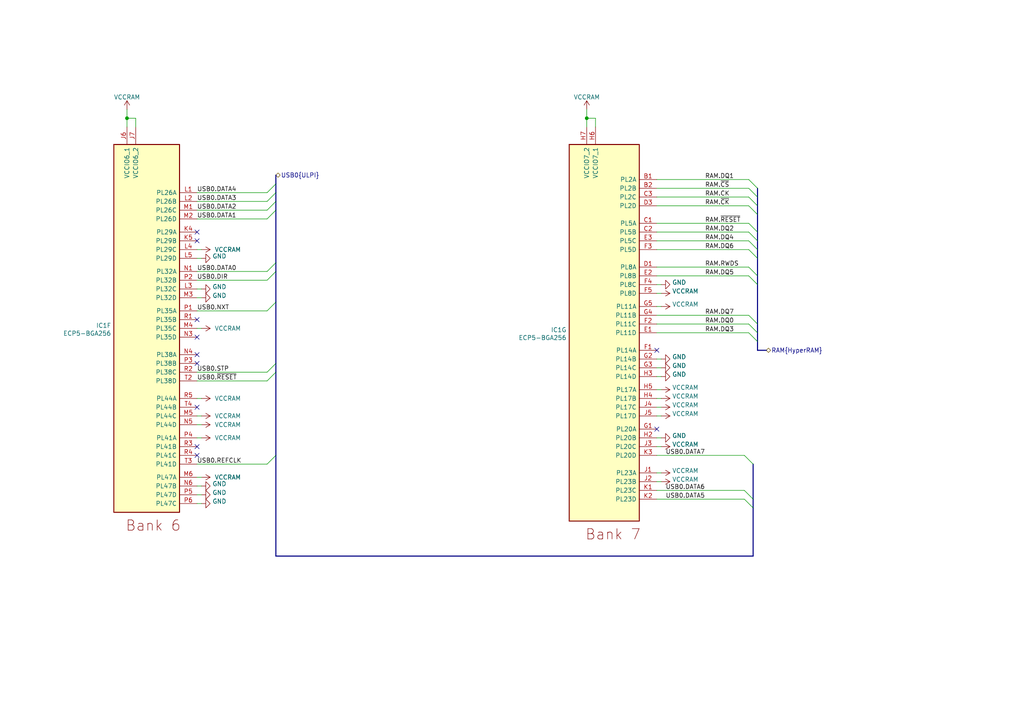
<source format=kicad_sch>
(kicad_sch (version 20231120) (generator "eeschema") (generator_version "8.0")
  (paper "A4")
  (title_block (title "SoldierCrab") (date "${DATE}") (rev "${VERSION}") (company "S.Holzapfel, apfelaudio UG (haftungsbeschränkt)") (comment 1 "Licensed under the CERN-OHL-S v2"))
  (lib_symbols
    (symbol "fpgas_and_processors:ECP5-BGA256" (pin_names (offset 0.762))
      (property "Reference" "IC" (at -2.54 1.27 0))
      (property "Value" "ECP5-BGA256" (at 10.16 1.27 0))
      (symbol "ECP5-BGA256_1_0"
        (rectangle (start 5.08 0) (end 33.02 -71.12) (stroke (width 0.3048)) (fill (type background)))
      )
      (symbol "ECP5-BGA256_1_1"
        (text "FPGA Supplies" (at 19.05 -76.2 0) (effects (font (size 2.9972 2.9972))))
        (pin power_in line (at 38.1 -2.54 180) (length 5.08) (name "GND_1") (number "A1"))
        (pin power_in line (at 38.1 -5.08 180) (length 5.08) (name "GND_2") (number "A16"))
        (pin power_in line (at 38.1 -10.16 180) (length 5.08) (name "GND_4") (number "D15"))
        (pin power_in line (at 38.1 -7.62 180) (length 5.08) (name "GND_3") (number "D2"))
        (pin power_in line (at 38.1 -12.7 180) (length 5.08) (name "GND_5") (number "F8"))
        (pin power_in line (at 38.1 -15.24 180) (length 5.08) (name "GND_6") (number "F9"))
        (pin power_in line (at 38.1 -20.32 180) (length 5.08) (name "GND_8") (number "G10"))
        (pin power_in line (at 0 -66.04 0) (length 5.08) (name "VCCAUX_1") (number "G11"))
        (pin power_in line (at 0 -2.54 0) (length 5.08) (name "VCC_1") (number "G6"))
        (pin power_in line (at 0 -5.08 0) (length 5.08) (name "VCC_2") (number "G7"))
        (pin power_in line (at 38.1 -17.78 180) (length 5.08) (name "GND_7") (number "G8"))
        (pin power_in line (at 0 -7.62 0) (length 5.08) (name "VCC_3") (number "G9"))
        (pin power_in line (at 38.1 -22.86 180) (length 5.08) (name "GND_9") (number "H1"))
        (pin power_in line (at 38.1 -30.48 180) (length 5.08) (name "GND_12") (number "H10"))
        (pin power_in line (at 38.1 -33.02 180) (length 5.08) (name "GND_13") (number "H16"))
        (pin power_in line (at 38.1 -25.4 180) (length 5.08) (name "GND_10") (number "H8"))
        (pin power_in line (at 38.1 -27.94 180) (length 5.08) (name "GND_11") (number "H9"))
        (pin power_in line (at 38.1 -40.64 180) (length 5.08) (name "GND_16") (number "J10"))
        (pin power_in line (at 38.1 -35.56 180) (length 5.08) (name "GND_14") (number "J8"))
        (pin power_in line (at 38.1 -38.1 180) (length 5.08) (name "GND_15") (number "J9"))
        (pin power_in line (at 38.1 -53.34 180) (length 5.08) (name "GND_21") (number "K10"))
        (pin power_in line (at 38.1 -43.18 180) (length 5.08) (name "GND_17") (number "K6"))
        (pin power_in line (at 38.1 -45.72 180) (length 5.08) (name "GND_18") (number "K7"))
        (pin power_in line (at 38.1 -48.26 180) (length 5.08) (name "GND_19") (number "K8"))
        (pin power_in line (at 38.1 -50.8 180) (length 5.08) (name "GND_20") (number "K9"))
        (pin power_in line (at 0 -15.24 0) (length 5.08) (name "VCC_6") (number "L10"))
        (pin power_in line (at 0 -68.58 0) (length 5.08) (name "VCCAUX_2") (number "L7"))
        (pin power_in line (at 0 -10.16 0) (length 5.08) (name "VCC_4") (number "L8"))
        (pin power_in line (at 0 -12.7 0) (length 5.08) (name "VCC_5") (number "L9"))
        (pin power_in line (at 38.1 -58.42 180) (length 5.08) (name "GND_23") (number "N15"))
        (pin power_in line (at 38.1 -55.88 180) (length 5.08) (name "GND_22") (number "N2"))
        (pin power_in line (at 38.1 -60.96 180) (length 5.08) (name "GND_24") (number "T1"))
        (pin power_in line (at 38.1 -66.04 180) (length 5.08) (name "GND_26") (number "T12"))
        (pin power_in line (at 38.1 -68.58 180) (length 5.08) (name "GND_27") (number "T16"))
        (pin power_in line (at 38.1 -63.5 180) (length 5.08) (name "GND_25") (number "T5"))
      )
      (symbol "ECP5-BGA256_2_1"
        (rectangle (start 0 0) (end 19.05 -74.93) (stroke (width 0.3048)) (fill (type background)))
        (text "Bank 0" (at 10.16 -78.74 0) (effects (font (size 2.9972 2.9972))))
        (pin bidirectional line (at 24.13 -11.43 180) (length 5.08) (name "PT4A") (number "A2"))
        (pin bidirectional line (at 24.13 -16.51 180) (length 5.08) (name "PT6A") (number "A3"))
        (pin bidirectional line (at 24.13 -19.05 180) (length 5.08) (name "PT6B") (number "A4"))
        (pin bidirectional line (at 24.13 -43.18 180) (length 5.08) (name "PT18A") (number "A5"))
        (pin bidirectional line (at 24.13 -45.72 180) (length 5.08) (name "PT18B") (number "A6"))
        (pin bidirectional line (at 24.13 -68.58 180) (length 5.08) (name "PT29A") (number "A7"))
        (pin bidirectional line (at 24.13 -71.12 180) (length 5.08) (name "PT29B") (number "A8"))
        (pin bidirectional line (at 24.13 -13.97 180) (length 5.08) (name "PT4B") (number "B3"))
        (pin bidirectional line (at 24.13 -29.21 180) (length 5.08) (name "PT11B") (number "B4"))
        (pin bidirectional line (at 24.13 -39.37 180) (length 5.08) (name "PT15B") (number "B5"))
        (pin bidirectional line (at 24.13 -55.88 180) (length 5.08) (name "PT22B") (number "B6"))
        (pin bidirectional line (at 24.13 -66.04 180) (length 5.08) (name "PT27B") (number "B7"))
        (pin bidirectional line (at 24.13 -26.67 180) (length 5.08) (name "PT11A") (number "C4"))
        (pin bidirectional line (at 24.13 -36.83 180) (length 5.08) (name "PT15A") (number "C5"))
        (pin bidirectional line (at 24.13 -53.34 180) (length 5.08) (name "PT22A") (number "C6"))
        (pin bidirectional line (at 24.13 -63.5 180) (length 5.08) (name "PT27A") (number "C7"))
        (pin bidirectional line (at 24.13 -24.13 180) (length 5.08) (name "PT9B") (number "D4"))
        (pin bidirectional line (at 24.13 -34.29 180) (length 5.08) (name "PT13B") (number "D5"))
        (pin bidirectional line (at 24.13 -50.8 180) (length 5.08) (name "PT20B") (number "D6"))
        (pin bidirectional line (at 24.13 -60.96 180) (length 5.08) (name "PT24B") (number "D7"))
        (pin bidirectional line (at 24.13 -21.59 180) (length 5.08) (name "PT9A") (number "E4"))
        (pin bidirectional line (at 24.13 -31.75 180) (length 5.08) (name "PT13A") (number "E5"))
        (pin bidirectional line (at 24.13 -48.26 180) (length 5.08) (name "PT20A") (number "E6"))
        (pin bidirectional line (at 24.13 -58.42 180) (length 5.08) (name "PT24A") (number "E7"))
        (pin power_in line (at 7.62 5.08 270) (length 5.08) (name "VCCIO0_1") (number "F6"))
        (pin power_in line (at 5.08 5.08 270) (length 5.08) (name "VCCIO0_2") (number "F7"))
      )
      (symbol "ECP5-BGA256_3_0"
        (rectangle (start 0 0) (end 21.59 -93.98) (stroke (width 0.3048)) (fill (type background)))
      )
      (symbol "ECP5-BGA256_3_1"
        (text "Bank 1" (at 8.89 -96.52 0) (effects (font (size 2.9972 2.9972))))
        (pin bidirectional line (at 26.67 -34.29 180) (length 5.08) (name "PT42B") (number "A10"))
        (pin bidirectional line (at 26.67 -57.15 180) (length 5.08) (name "PT53A") (number "A11"))
        (pin bidirectional line (at 26.67 -59.69 180) (length 5.08) (name "PT53B") (number "A12"))
        (pin bidirectional line (at 26.67 -82.55 180) (length 5.08) (name "PT65A") (number "A13"))
        (pin bidirectional line (at 26.67 -85.09 180) (length 5.08) (name "PT65B") (number "A14"))
        (pin bidirectional line (at 26.67 -90.17 180) (length 5.08) (name "PT67B") (number "A15"))
        (pin bidirectional line (at 26.67 -31.75 180) (length 5.08) (name "PT42A") (number "A9"))
        (pin bidirectional line (at 26.67 -36.83 180) (length 5.08) (name "PT44A") (number "B10"))
        (pin bidirectional line (at 26.67 -46.99 180) (length 5.08) (name "PT49A") (number "B11"))
        (pin bidirectional line (at 26.67 -62.23 180) (length 5.08) (name "PT56A") (number "B12"))
        (pin bidirectional line (at 26.67 -72.39 180) (length 5.08) (name "PT60A") (number "B13"))
        (pin bidirectional line (at 26.67 -87.63 180) (length 5.08) (name "PT67A") (number "B14"))
        (pin bidirectional line (at 26.67 -19.05 180) (length 5.08) (name "PT35B") (number "B8"))
        (pin bidirectional line (at 26.67 -21.59 180) (length 5.08) (name "PT38A") (number "B9"))
        (pin bidirectional line (at 26.67 -39.37 180) (length 5.08) (name "PT44B") (number "C10"))
        (pin bidirectional line (at 26.67 -49.53 180) (length 5.08) (name "PT49B") (number "C11"))
        (pin bidirectional line (at 26.67 -64.77 180) (length 5.08) (name "PT56B") (number "C12"))
        (pin bidirectional line (at 26.67 -74.93 180) (length 5.08) (name "PT60B") (number "C13"))
        (pin bidirectional line (at 26.67 -16.51 180) (length 5.08) (name "PT35A") (number "C8"))
        (pin bidirectional line (at 26.67 -24.13 180) (length 5.08) (name "PT38B") (number "C9"))
        (pin bidirectional line (at 26.67 -41.91 180) (length 5.08) (name "PT47A") (number "D10"))
        (pin bidirectional line (at 26.67 -52.07 180) (length 5.08) (name "PT51A") (number "D11"))
        (pin bidirectional line (at 26.67 -67.31 180) (length 5.08) (name "PT58A") (number "D12"))
        (pin bidirectional line (at 26.67 -77.47 180) (length 5.08) (name "PT62A") (number "D13"))
        (pin bidirectional line (at 26.67 -13.97 180) (length 5.08) (name "PT33B") (number "D8"))
        (pin bidirectional line (at 26.67 -26.67 180) (length 5.08) (name "PT40A") (number "D9"))
        (pin bidirectional line (at 26.67 -44.45 180) (length 5.08) (name "PT47B") (number "E10"))
        (pin bidirectional line (at 26.67 -54.61 180) (length 5.08) (name "PT51B") (number "E11"))
        (pin bidirectional line (at 26.67 -69.85 180) (length 5.08) (name "PT58B") (number "E12"))
        (pin bidirectional line (at 26.67 -80.01 180) (length 5.08) (name "PT62B") (number "E13"))
        (pin bidirectional line (at 26.67 -11.43 180) (length 5.08) (name "PT33A") (number "E8"))
        (pin bidirectional line (at 26.67 -29.21 180) (length 5.08) (name "PT40B") (number "E9"))
        (pin power_in line (at 6.35 5.08 270) (length 5.08) (name "VCCIO1_1") (number "F10"))
        (pin power_in line (at 3.81 5.08 270) (length 5.08) (name "VCCIO1_2") (number "F11"))
      )
      (symbol "ECP5-BGA256_4_1"
        (rectangle (start 0 0) (end 19.05 -93.98) (stroke (width 0.3048)) (fill (type background)))
        (text "Bank 2" (at 10.16 -97.79 0) (effects (font (size 2.9972 2.9972))))
        (pin bidirectional line (at 24.13 -13.97 180) (length 5.08) (name "PR2B") (number "B15"))
        (pin bidirectional line (at 24.13 -11.43 180) (length 5.08) (name "PR2A") (number "B16"))
        (pin bidirectional line (at 24.13 -16.51 180) (length 5.08) (name "PR2C") (number "C14"))
        (pin bidirectional line (at 24.13 -24.13 180) (length 5.08) (name "PR5B") (number "C15"))
        (pin bidirectional line (at 24.13 -21.59 180) (length 5.08) (name "PR5A") (number "C16"))
        (pin bidirectional line (at 24.13 -19.05 180) (length 5.08) (name "PR2D") (number "D14"))
        (pin bidirectional line (at 24.13 -31.75 180) (length 5.08) (name "PR8A") (number "D16"))
        (pin bidirectional line (at 24.13 -26.67 180) (length 5.08) (name "PR5C") (number "E14"))
        (pin bidirectional line (at 24.13 -34.29 180) (length 5.08) (name "PR8B") (number "E15"))
        (pin bidirectional line (at 24.13 -49.53 180) (length 5.08) (name "PR11D") (number "E16"))
        (pin bidirectional line (at 24.13 -39.37 180) (length 5.08) (name "PR8D") (number "F12"))
        (pin bidirectional line (at 24.13 -36.83 180) (length 5.08) (name "PR8C") (number "F13"))
        (pin bidirectional line (at 24.13 -29.21 180) (length 5.08) (name "PR5D") (number "F14"))
        (pin bidirectional line (at 24.13 -46.99 180) (length 5.08) (name "PR11C") (number "F15"))
        (pin bidirectional line (at 24.13 -52.07 180) (length 5.08) (name "PR14A") (number "F16"))
        (pin bidirectional line (at 24.13 -41.91 180) (length 5.08) (name "PR11A") (number "G12"))
        (pin bidirectional line (at 24.13 -44.45 180) (length 5.08) (name "PR11B") (number "G13"))
        (pin bidirectional line (at 24.13 -57.15 180) (length 5.08) (name "PR14C") (number "G14"))
        (pin bidirectional line (at 24.13 -54.61 180) (length 5.08) (name "PR14B") (number "G15"))
        (pin bidirectional line (at 24.13 -72.39 180) (length 5.08) (name "PR20A") (number "G16"))
        (pin power_in line (at 3.81 5.08 270) (length 5.08) (name "VCCIO2_1") (number "H11"))
        (pin bidirectional line (at 24.13 -62.23 180) (length 5.08) (name "PR17A") (number "H12"))
        (pin bidirectional line (at 24.13 -64.77 180) (length 5.08) (name "PR17B") (number "H13"))
        (pin bidirectional line (at 24.13 -59.69 180) (length 5.08) (name "PR14D") (number "H14"))
        (pin bidirectional line (at 24.13 -74.93 180) (length 5.08) (name "PR20B") (number "H15"))
        (pin power_in line (at 6.35 5.08 270) (length 5.08) (name "VCCIO2_2") (number "J11"))
        (pin bidirectional line (at 24.13 -69.85 180) (length 5.08) (name "PR17D") (number "J12"))
        (pin bidirectional line (at 24.13 -67.31 180) (length 5.08) (name "PR17C") (number "J13"))
        (pin bidirectional line (at 24.13 -77.47 180) (length 5.08) (name "PR20C") (number "J14"))
        (pin bidirectional line (at 24.13 -85.09 180) (length 5.08) (name "PR23B") (number "J15"))
        (pin bidirectional line (at 24.13 -82.55 180) (length 5.08) (name "PR23A") (number "J16"))
        (pin bidirectional line (at 24.13 -80.01 180) (length 5.08) (name "PR20D") (number "K14"))
        (pin bidirectional line (at 24.13 -90.17 180) (length 5.08) (name "PR23D") (number "K15"))
        (pin bidirectional line (at 24.13 -87.63 180) (length 5.08) (name "PR23C") (number "K16"))
      )
      (symbol "ECP5-BGA256_5_0"
        (rectangle (start 0 0) (end 20.32 -91.44) (stroke (width 0.3048)) (fill (type background)))
      )
      (symbol "ECP5-BGA256_5_1"
        (text "Bank 3" (at 15.24 -96.52 0) (effects (font (size 2.9972 2.9972))))
        (pin power_in line (at 3.81 5.08 270) (length 5.08) (name "VCCIO3_1") (number "K11"))
        (pin bidirectional line (at 25.4 -22.86 180) (length 5.08) (name "PR29B") (number "K12"))
        (pin bidirectional line (at 25.4 -20.32 180) (length 5.08) (name "PR29A") (number "K13"))
        (pin power_in line (at 6.35 5.08 270) (length 5.08) (name "VCCIO3_2") (number "L11"))
        (pin bidirectional line (at 25.4 -27.94 180) (length 5.08) (name "PR29D") (number "L12"))
        (pin bidirectional line (at 25.4 -25.4 180) (length 5.08) (name "PR29C") (number "L13"))
        (pin bidirectional line (at 25.4 -35.56 180) (length 5.08) (name "PR32C") (number "L14"))
        (pin bidirectional line (at 25.4 -12.7 180) (length 5.08) (name "PR26B") (number "L15"))
        (pin bidirectional line (at 25.4 -10.16 180) (length 5.08) (name "PR26A") (number "L16"))
        (pin bidirectional line (at 25.4 -81.28 180) (length 5.08) (name "PR47A") (number "M11"))
        (pin bidirectional line (at 25.4 -76.2 180) (length 5.08) (name "PR44C") (number "M12"))
        (pin bidirectional line (at 25.4 -45.72 180) (length 5.08) (name "PR35C") (number "M13"))
        (pin bidirectional line (at 25.4 -38.1 180) (length 5.08) (name "PR32D") (number "M14"))
        (pin bidirectional line (at 25.4 -17.78 180) (length 5.08) (name "PR26D") (number "M15"))
        (pin bidirectional line (at 25.4 -15.24 180) (length 5.08) (name "PR26C") (number "M16"))
        (pin bidirectional line (at 25.4 -83.82 180) (length 5.08) (name "PR47B") (number "N11"))
        (pin bidirectional line (at 25.4 -78.74 180) (length 5.08) (name "PR44D") (number "N12"))
        (pin bidirectional line (at 25.4 -50.8 180) (length 5.08) (name "PR38A") (number "N13"))
        (pin bidirectional line (at 25.4 -48.26 180) (length 5.08) (name "PR35D") (number "N14"))
        (pin bidirectional line (at 25.4 -30.48 180) (length 5.08) (name "PR32A") (number "N16"))
        (pin bidirectional line (at 25.4 -86.36 180) (length 5.08) (name "PR47C") (number "P11"))
        (pin bidirectional line (at 25.4 -88.9 180) (length 5.08) (name "PR47D") (number "P12"))
        (pin bidirectional line (at 25.4 -60.96 180) (length 5.08) (name "PR41A") (number "P13"))
        (pin bidirectional line (at 25.4 -53.34 180) (length 5.08) (name "PR38B") (number "P14"))
        (pin bidirectional line (at 25.4 -33.02 180) (length 5.08) (name "PR32B") (number "P15"))
        (pin bidirectional line (at 25.4 -40.64 180) (length 5.08) (name "PR35A") (number "P16"))
        (pin bidirectional line (at 25.4 -71.12 180) (length 5.08) (name "PR44A") (number "R12"))
        (pin bidirectional line (at 25.4 -66.04 180) (length 5.08) (name "PR41C") (number "R13"))
        (pin bidirectional line (at 25.4 -63.5 180) (length 5.08) (name "PR41B") (number "R14"))
        (pin bidirectional line (at 25.4 -55.88 180) (length 5.08) (name "PR38C") (number "R15"))
        (pin bidirectional line (at 25.4 -43.18 180) (length 5.08) (name "PR35B") (number "R16"))
        (pin bidirectional line (at 25.4 -73.66 180) (length 5.08) (name "PR44B") (number "T13"))
        (pin bidirectional line (at 25.4 -68.58 180) (length 5.08) (name "PR41D") (number "T14"))
        (pin bidirectional line (at 25.4 -58.42 180) (length 5.08) (name "PR38D") (number "T15"))
      )
      (symbol "ECP5-BGA256_6_1"
        (rectangle (start 0 0) (end 19.05 -106.68) (stroke (width 0.3048)) (fill (type background)))
        (text "Bank 6" (at 11.43 -110.49 0) (effects (font (size 2.9972 2.9972))))
        (pin power_in line (at 3.81 5.08 270) (length 5.08) (name "VCCIO6_1") (number "J6"))
        (pin power_in line (at 6.35 5.08 270) (length 5.08) (name "VCCIO6_2") (number "J7"))
        (pin bidirectional line (at 24.13 -25.4 180) (length 5.08) (name "PL29A") (number "K4"))
        (pin bidirectional line (at 24.13 -27.94 180) (length 5.08) (name "PL29B") (number "K5"))
        (pin bidirectional line (at 24.13 -13.97 180) (length 5.08) (name "PL26A") (number "L1"))
        (pin bidirectional line (at 24.13 -16.51 180) (length 5.08) (name "PL26B") (number "L2"))
        (pin bidirectional line (at 24.13 -41.91 180) (length 5.08) (name "PL32C") (number "L3"))
        (pin bidirectional line (at 24.13 -30.48 180) (length 5.08) (name "PL29C") (number "L4"))
        (pin bidirectional line (at 24.13 -33.02 180) (length 5.08) (name "PL29D") (number "L5"))
        (pin bidirectional line (at 24.13 -19.05 180) (length 5.08) (name "PL26C") (number "M1"))
        (pin bidirectional line (at 24.13 -21.59 180) (length 5.08) (name "PL26D") (number "M2"))
        (pin bidirectional line (at 24.13 -44.45 180) (length 5.08) (name "PL32D") (number "M3"))
        (pin bidirectional line (at 24.13 -53.34 180) (length 5.08) (name "PL35C") (number "M4"))
        (pin bidirectional line (at 24.13 -78.74 180) (length 5.08) (name "PL44C") (number "M5"))
        (pin bidirectional line (at 24.13 -96.52 180) (length 5.08) (name "PL47A") (number "M6"))
        (pin bidirectional line (at 24.13 -36.83 180) (length 5.08) (name "PL32A") (number "N1"))
        (pin bidirectional line (at 24.13 -55.88 180) (length 5.08) (name "PL35D") (number "N3"))
        (pin bidirectional line (at 24.13 -60.96 180) (length 5.08) (name "PL38A") (number "N4"))
        (pin bidirectional line (at 24.13 -81.28 180) (length 5.08) (name "PL44D") (number "N5"))
        (pin bidirectional line (at 24.13 -99.06 180) (length 5.08) (name "PL47B") (number "N6"))
        (pin bidirectional line (at 24.13 -48.26 180) (length 5.08) (name "PL35A") (number "P1"))
        (pin bidirectional line (at 24.13 -39.37 180) (length 5.08) (name "PL32B") (number "P2"))
        (pin bidirectional line (at 24.13 -63.5 180) (length 5.08) (name "PL38B") (number "P3"))
        (pin bidirectional line (at 24.13 -85.09 180) (length 5.08) (name "PL41A") (number "P4"))
        (pin bidirectional line (at 24.13 -101.6 180) (length 5.08) (name "PL47D") (number "P5"))
        (pin bidirectional line (at 24.13 -104.14 180) (length 5.08) (name "PL47C") (number "P6"))
        (pin bidirectional line (at 24.13 -50.8 180) (length 5.08) (name "PL35B") (number "R1"))
        (pin bidirectional line (at 24.13 -66.04 180) (length 5.08) (name "PL38C") (number "R2"))
        (pin bidirectional line (at 24.13 -87.63 180) (length 5.08) (name "PL41B") (number "R3"))
        (pin bidirectional line (at 24.13 -90.17 180) (length 5.08) (name "PL41C") (number "R4"))
        (pin bidirectional line (at 24.13 -73.66 180) (length 5.08) (name "PL44A") (number "R5"))
        (pin bidirectional line (at 24.13 -68.58 180) (length 5.08) (name "PL38D") (number "T2"))
        (pin bidirectional line (at 24.13 -92.71 180) (length 5.08) (name "PL41D") (number "T3"))
        (pin bidirectional line (at 24.13 -76.2 180) (length 5.08) (name "PL44B") (number "T4"))
      )
      (symbol "ECP5-BGA256_7_1"
        (rectangle (start 0 0) (end 20.32 -109.22) (stroke (width 0.3048)) (fill (type background)))
        (text "Bank 7" (at 12.7 -113.03 0) (effects (font (size 2.9972 2.9972))))
        (pin bidirectional line (at 25.4 -10.16 180) (length 5.08) (name "PL2A") (number "B1"))
        (pin bidirectional line (at 25.4 -12.7 180) (length 5.08) (name "PL2B") (number "B2"))
        (pin bidirectional line (at 25.4 -22.86 180) (length 5.08) (name "PL5A") (number "C1"))
        (pin bidirectional line (at 25.4 -25.4 180) (length 5.08) (name "PL5B") (number "C2"))
        (pin bidirectional line (at 25.4 -15.24 180) (length 5.08) (name "PL2C") (number "C3"))
        (pin bidirectional line (at 25.4 -35.56 180) (length 5.08) (name "PL8A") (number "D1"))
        (pin bidirectional line (at 25.4 -17.78 180) (length 5.08) (name "PL2D") (number "D3"))
        (pin bidirectional line (at 25.4 -54.61 180) (length 5.08) (name "PL11D") (number "E1"))
        (pin bidirectional line (at 25.4 -38.1 180) (length 5.08) (name "PL8B") (number "E2"))
        (pin bidirectional line (at 25.4 -27.94 180) (length 5.08) (name "PL5C") (number "E3"))
        (pin bidirectional line (at 25.4 -59.69 180) (length 5.08) (name "PL14A") (number "F1"))
        (pin bidirectional line (at 25.4 -52.07 180) (length 5.08) (name "PL11C") (number "F2"))
        (pin bidirectional line (at 25.4 -30.48 180) (length 5.08) (name "PL5D") (number "F3"))
        (pin bidirectional line (at 25.4 -40.64 180) (length 5.08) (name "PL8C") (number "F4"))
        (pin bidirectional line (at 25.4 -43.18 180) (length 5.08) (name "PL8D") (number "F5"))
        (pin bidirectional line (at 25.4 -82.55 180) (length 5.08) (name "PL20A") (number "G1"))
        (pin bidirectional line (at 25.4 -62.23 180) (length 5.08) (name "PL14B") (number "G2"))
        (pin bidirectional line (at 25.4 -64.77 180) (length 5.08) (name "PL14C") (number "G3"))
        (pin bidirectional line (at 25.4 -49.53 180) (length 5.08) (name "PL11B") (number "G4"))
        (pin bidirectional line (at 25.4 -46.99 180) (length 5.08) (name "PL11A") (number "G5"))
        (pin bidirectional line (at 25.4 -85.09 180) (length 5.08) (name "PL20B") (number "H2"))
        (pin bidirectional line (at 25.4 -67.31 180) (length 5.08) (name "PL14D") (number "H3"))
        (pin bidirectional line (at 25.4 -73.66 180) (length 5.08) (name "PL17B") (number "H4"))
        (pin bidirectional line (at 25.4 -71.12 180) (length 5.08) (name "PL17A") (number "H5"))
        (pin power_in line (at 7.62 5.08 270) (length 5.08) (name "VCCIO7_1") (number "H6"))
        (pin power_in line (at 5.08 5.08 270) (length 5.08) (name "VCCIO7_2") (number "H7"))
        (pin bidirectional line (at 25.4 -95.25 180) (length 5.08) (name "PL23A") (number "J1"))
        (pin bidirectional line (at 25.4 -97.79 180) (length 5.08) (name "PL23B") (number "J2"))
        (pin bidirectional line (at 25.4 -87.63 180) (length 5.08) (name "PL20C") (number "J3"))
        (pin bidirectional line (at 25.4 -76.2 180) (length 5.08) (name "PL17C") (number "J4"))
        (pin bidirectional line (at 25.4 -78.74 180) (length 5.08) (name "PL17D") (number "J5"))
        (pin bidirectional line (at 25.4 -100.33 180) (length 5.08) (name "PL23C") (number "K1"))
        (pin bidirectional line (at 25.4 -102.87 180) (length 5.08) (name "PL23D") (number "K2"))
        (pin bidirectional line (at 25.4 -90.17 180) (length 5.08) (name "PL20D") (number "K3"))
      )
      (symbol "ECP5-BGA256_8_0"
        (text "(Config)" (at 13.97 -97.79 0) (effects (font (size 2.9972 2.9972))))
        (text "Bank 8" (at 13.97 -92.71 0) (effects (font (size 2.9972 2.9972))))
      )
      (symbol "ECP5-BGA256_8_1"
        (rectangle (start 0 0) (end 21.59 -88.9) (stroke (width 0.3048)) (fill (type background)))
        (pin power_in line (at 5.08 5.08 270) (length 5.08) (name "VCCIO8") (number "L6"))
        (pin output line (at 26.67 -57.15 180) (length 5.08) (name "TDO") (number "M10"))
        (pin bidirectional line (at 26.67 -24.13 180) (length 5.08) (name "D2/PB9B") (number "M7"))
        (pin bidirectional line (at 26.67 -39.37 180) (length 5.08) (name "DOUT/CSON/PB15B") (number "M8"))
        (pin bidirectional line (at 26.67 -41.91 180) (length 5.08) (name "WRITEEN/PB18A") (number "M9"))
        (pin input line (at 26.67 -68.58 180) (length 5.08) (name "CFG_0") (number "N10"))
        (pin bidirectional line (at 26.67 -21.59 180) (length 5.08) (name "D3/PB9A") (number "N7"))
        (pin bidirectional line (at 26.67 -36.83 180) (length 5.08) (name "HOLDN/DI/PB15A") (number "N8"))
        (pin bidirectional line (at 26.67 -63.5 180) (length 5.08) (name "MCLK/SCLK/CCLK") (number "N9"))
        (pin input line (at 26.67 -71.12 180) (length 5.08) (name "CFG_1") (number "P10"))
        (pin bidirectional line (at 26.67 -19.05 180) (length 5.08) (name "D4/PICO2/PB6B") (number "P7"))
        (pin bidirectional line (at 26.67 -34.29 180) (length 5.08) (name "CS1N/PB13B") (number "P8"))
        (pin bidirectional line (at 26.67 -80.01 180) (length 5.08) (name "DONE") (number "P9"))
        (pin input line (at 26.67 -73.66 180) (length 5.08) (name "CFG_2") (number "R10"))
        (pin input line (at 26.67 -54.61 180) (length 5.08) (name "TDI") (number "R11"))
        (pin bidirectional line (at 26.67 -13.97 180) (length 5.08) (name "D6/PB4B") (number "R6"))
        (pin bidirectional line (at 26.67 -16.51 180) (length 5.08) (name "D5/POCI2/PB6A") (number "R7"))
        (pin bidirectional line (at 26.67 -31.75 180) (length 5.08) (name "SN/CSN/PB13A") (number "R8"))
        (pin bidirectional line (at 26.67 -85.09 180) (length 5.08) (name "PROGRAMN") (number "R9"))
        (pin input line (at 26.67 -52.07 180) (length 5.08) (name "TCK") (number "T10"))
        (pin input line (at 26.67 -49.53 180) (length 5.08) (name "TMS") (number "T11"))
        (pin bidirectional line (at 26.67 -11.43 180) (length 5.08) (name "D7/PB4A") (number "T6"))
        (pin bidirectional line (at 26.67 -26.67 180) (length 5.08) (name "D1/POCI/PB11A") (number "T7"))
        (pin bidirectional line (at 26.67 -29.21 180) (length 5.08) (name "D0/PICO/PB11B") (number "T8"))
        (pin bidirectional line (at 26.67 -82.55 180) (length 5.08) (name "INITN") (number "T9"))
      )
    )
    (symbol "power:GND" (power) (pin_names (offset 0))
      (property "Value" "GND" (at 0 -3.81 0))
      (symbol "GND_0_1"
        (polyline (pts (xy 0 0) (xy 0 -1.27) (xy 1.27 -1.27) (xy 0 -2.54) (xy -1.27 -1.27) (xy 0 -1.27)))
      )
      (symbol "GND_1_1"
        (pin power_in line (at 0 0 270) (length 0) hide (name "GND") (number "1"))
      )
    )
    (symbol "support_hardware:VCCRAM" (power) (pin_names (offset 0))
      (property "Value" "VCCRAM" (at 0 3.81 0))
      (symbol "VCCRAM_0_1"
        (polyline (pts (xy -0.762 1.27) (xy 0 2.54)))
        (polyline (pts (xy 0 0) (xy 0 2.54)))
        (polyline (pts (xy 0 2.54) (xy 0.762 1.27)))
      )
      (symbol "VCCRAM_1_1"
        (pin power_in line (at 0 0 90) (length 0) hide (name "VCCRAM") (number "1"))
      )
    )
  )
  (junction (at 36.83 34.29))
  (junction (at 170.18 34.29))
  (no_connect (at 57.15 105.41))
  (no_connect (at 57.15 129.54))
  (no_connect (at 57.15 97.79))
  (no_connect (at 57.15 69.85))
  (no_connect (at 190.5 101.6))
  (no_connect (at 190.5 124.46))
  (no_connect (at 57.15 67.31))
  (no_connect (at 57.15 118.11))
  (no_connect (at 57.15 92.71))
  (no_connect (at 57.15 132.08))
  (no_connect (at 57.15 102.87))
  (bus_entry (at 217.17 72.39) (size 2.54 2.54))
  (bus_entry (at 80.01 53.34) (size -2.54 2.54))
  (bus_entry (at 80.01 76.2) (size -2.54 2.54))
  (bus_entry (at 217.17 93.98) (size 2.54 2.54))
  (bus_entry (at 217.17 69.85) (size 2.54 2.54))
  (bus_entry (at 80.01 132.08) (size -2.54 2.54))
  (bus_entry (at 80.01 107.95) (size -2.54 2.54))
  (bus_entry (at 80.01 55.88) (size -2.54 2.54))
  (bus_entry (at 217.17 77.47) (size 2.54 2.54))
  (bus_entry (at 217.17 67.31) (size 2.54 2.54))
  (bus_entry (at 217.17 80.01) (size 2.54 2.54))
  (bus_entry (at 217.17 64.77) (size 2.54 2.54))
  (bus_entry (at 217.17 52.07) (size 2.54 2.54))
  (bus_entry (at 217.17 59.69) (size 2.54 2.54))
  (bus_entry (at 80.01 60.96) (size -2.54 2.54))
  (bus_entry (at 218.44 134.62) (size -2.54 -2.54))
  (bus_entry (at 218.44 147.32) (size -2.54 -2.54))
  (bus_entry (at 218.44 144.78) (size -2.54 -2.54))
  (bus_entry (at 80.01 58.42) (size -2.54 2.54))
  (bus_entry (at 80.01 105.41) (size -2.54 2.54))
  (bus_entry (at 217.17 96.52) (size 2.54 2.54))
  (bus_entry (at 217.17 54.61) (size 2.54 2.54))
  (bus_entry (at 80.01 87.63) (size -2.54 2.54))
  (bus_entry (at 217.17 91.44) (size 2.54 2.54))
  (bus_entry (at 80.01 78.74) (size -2.54 2.54))
  (bus_entry (at 217.17 57.15) (size 2.54 2.54))
  (wire (pts (xy 190.5 104.14) (xy 191.77 104.14)))
  (bus (pts (xy 219.71 74.93) (xy 219.71 80.01)))
  (wire (pts (xy 190.5 85.09) (xy 191.77 85.09)))
  (wire (pts (xy 190.5 57.15) (xy 217.17 57.15)))
  (wire (pts (xy 190.5 109.22) (xy 191.77 109.22)))
  (wire (pts (xy 170.18 34.29) (xy 172.72 34.29)))
  (bus (pts (xy 80.01 105.41) (xy 80.01 107.95)))
  (wire (pts (xy 57.15 83.82) (xy 58.42 83.82)))
  (bus (pts (xy 80.01 78.74) (xy 80.01 87.63)))
  (bus (pts (xy 80.01 50.8) (xy 80.01 53.34)))
  (wire (pts (xy 57.15 107.95) (xy 77.47 107.95)))
  (wire (pts (xy 57.15 63.5) (xy 77.47 63.5)))
  (bus (pts (xy 219.71 93.98) (xy 219.71 96.52)))
  (wire (pts (xy 57.15 138.43) (xy 58.42 138.43)))
  (wire (pts (xy 58.42 143.51) (xy 57.15 143.51)))
  (wire (pts (xy 190.5 127) (xy 191.77 127)))
  (wire (pts (xy 190.5 113.03) (xy 191.77 113.03)))
  (wire (pts (xy 190.5 120.65) (xy 191.77 120.65)))
  (bus (pts (xy 219.71 62.23) (xy 219.71 67.31)))
  (wire (pts (xy 57.15 78.74) (xy 77.47 78.74)))
  (wire (pts (xy 190.5 77.47) (xy 217.17 77.47)))
  (wire (pts (xy 58.42 86.36) (xy 57.15 86.36)))
  (wire (pts (xy 190.5 69.85) (xy 217.17 69.85)))
  (wire (pts (xy 190.5 96.52) (xy 217.17 96.52)))
  (bus (pts (xy 80.01 60.96) (xy 80.01 76.2)))
  (bus (pts (xy 219.71 57.15) (xy 219.71 59.69)))
  (wire (pts (xy 190.5 80.01) (xy 217.17 80.01)))
  (wire (pts (xy 190.5 142.24) (xy 215.9 142.24)))
  (bus (pts (xy 219.71 69.85) (xy 219.71 72.39)))
  (wire (pts (xy 190.5 88.9) (xy 191.77 88.9)))
  (bus (pts (xy 218.44 161.29) (xy 80.01 161.29)))
  (bus (pts (xy 219.71 99.06) (xy 219.71 101.6)))
  (wire (pts (xy 190.5 67.31) (xy 217.17 67.31)))
  (wire (pts (xy 57.15 81.28) (xy 77.47 81.28)))
  (bus (pts (xy 80.01 53.34) (xy 80.01 55.88)))
  (wire (pts (xy 190.5 93.98) (xy 217.17 93.98)))
  (wire (pts (xy 190.5 106.68) (xy 191.77 106.68)))
  (bus (pts (xy 218.44 144.78) (xy 218.44 147.32)))
  (wire (pts (xy 57.15 127) (xy 58.42 127)))
  (wire (pts (xy 190.5 91.44) (xy 217.17 91.44)))
  (bus (pts (xy 219.71 67.31) (xy 219.71 69.85)))
  (wire (pts (xy 190.5 139.7) (xy 191.77 139.7)))
  (wire (pts (xy 190.5 137.16) (xy 191.77 137.16)))
  (wire (pts (xy 36.83 34.29) (xy 39.37 34.29)))
  (bus (pts (xy 80.01 107.95) (xy 80.01 132.08)))
  (wire (pts (xy 57.15 55.88) (xy 77.47 55.88)))
  (wire (pts (xy 190.5 115.57) (xy 191.77 115.57)))
  (wire (pts (xy 57.15 134.62) (xy 77.47 134.62)))
  (wire (pts (xy 190.5 52.07) (xy 217.17 52.07)))
  (wire (pts (xy 190.5 54.61) (xy 217.17 54.61)))
  (bus (pts (xy 219.71 54.61) (xy 219.71 57.15)))
  (wire (pts (xy 172.72 34.29) (xy 172.72 36.83)))
  (bus (pts (xy 80.01 76.2) (xy 80.01 78.74)))
  (wire (pts (xy 57.15 90.17) (xy 77.47 90.17)))
  (wire (pts (xy 190.5 59.69) (xy 217.17 59.69)))
  (bus (pts (xy 218.44 147.32) (xy 218.44 161.29)))
  (wire (pts (xy 190.5 82.55) (xy 191.77 82.55)))
  (wire (pts (xy 57.15 115.57) (xy 58.42 115.57)))
  (wire (pts (xy 190.5 118.11) (xy 191.77 118.11)))
  (bus (pts (xy 80.01 87.63) (xy 80.01 105.41)))
  (wire (pts (xy 57.15 72.39) (xy 58.42 72.39)))
  (wire (pts (xy 170.18 36.83) (xy 170.18 34.29)))
  (wire (pts (xy 190.5 144.78) (xy 215.9 144.78)))
  (bus (pts (xy 219.71 96.52) (xy 219.71 99.06)))
  (wire (pts (xy 190.5 72.39) (xy 217.17 72.39)))
  (wire (pts (xy 57.15 60.96) (xy 77.47 60.96)))
  (wire (pts (xy 57.15 123.19) (xy 58.42 123.19)))
  (wire (pts (xy 170.18 34.29) (xy 170.18 31.75)))
  (bus (pts (xy 218.44 134.62) (xy 218.44 144.78)))
  (bus (pts (xy 219.71 82.55) (xy 219.71 93.98)))
  (bus (pts (xy 219.71 59.69) (xy 219.71 62.23)))
  (bus (pts (xy 219.71 72.39) (xy 219.71 74.93)))
  (wire (pts (xy 57.15 140.97) (xy 58.42 140.97)))
  (wire (pts (xy 39.37 34.29) (xy 39.37 36.83)))
  (wire (pts (xy 190.5 132.08) (xy 215.9 132.08)))
  (wire (pts (xy 57.15 146.05) (xy 58.42 146.05)))
  (wire (pts (xy 57.15 74.93) (xy 58.42 74.93)))
  (bus (pts (xy 80.01 132.08) (xy 80.01 161.29)))
  (wire (pts (xy 57.15 110.49) (xy 77.47 110.49)))
  (wire (pts (xy 190.5 64.77) (xy 217.17 64.77)))
  (wire (pts (xy 57.15 58.42) (xy 77.47 58.42)))
  (bus (pts (xy 222.25 101.6) (xy 219.71 101.6)))
  (wire (pts (xy 57.15 120.65) (xy 58.42 120.65)))
  (wire (pts (xy 190.5 129.54) (xy 191.77 129.54)))
  (wire (pts (xy 36.83 36.83) (xy 36.83 34.29)))
  (wire (pts (xy 36.83 34.29) (xy 36.83 31.75)))
  (bus (pts (xy 80.01 55.88) (xy 80.01 58.42)))
  (bus (pts (xy 80.01 58.42) (xy 80.01 60.96)))
  (bus (pts (xy 219.71 80.01) (xy 219.71 82.55)))
  (wire (pts (xy 57.15 95.25) (xy 58.42 95.25)))
  (label "USB0.DATA4" (at 57.15 55.88 0))
  (label "USB0.DATA5" (at 193.04 144.78 0))
  (label "RAM.~{CK}" (at 204.47 59.69 0))
  (label "USB0.DATA7" (at 193.04 132.08 0))
  (label "RAM.DQ0" (at 204.47 93.98 0))
  (label "RAM.DQ2" (at 204.47 67.31 0))
  (label "RAM.DQ6" (at 204.47 72.39 0))
  (label "USB0.DIR" (at 57.15 81.28 0))
  (label "RAM.CK" (at 204.47 57.15 0))
  (label "USB0.DATA0" (at 57.15 78.74 0))
  (label "RAM.DQ4" (at 204.47 69.85 0))
  (label "RAM.~{RESET}" (at 204.47 64.77 0))
  (label "USB0.~{RESET}" (at 57.15 110.49 0))
  (label "RAM.DQ7" (at 204.47 91.44 0))
  (label "USB0.REFCLK" (at 57.15 134.62 0))
  (label "USB0.STP" (at 57.15 107.95 0))
  (label "USB0.NXT" (at 57.15 90.17 0))
  (label "USB0.DATA2" (at 57.15 60.96 0))
  (label "RAM.DQ3" (at 204.47 96.52 0))
  (label "RAM.~{CS}" (at 204.47 54.61 0))
  (label "USB0.DATA3" (at 57.15 58.42 0))
  (label "USB0.DATA6" (at 193.04 142.24 0))
  (label "RAM.DQ5" (at 204.47 80.01 0))
  (label "USB0.DATA1" (at 57.15 63.5 0))
  (label "RAM.DQ1" (at 204.47 52.07 0))
  (label "RAM.RWDS" (at 204.47 77.47 0))
  (hierarchical_label "RAM{HyperRAM}" (shape bidirectional) (at 222.25 101.6 0))
  (hierarchical_label "USB0{ULPI}" (shape bidirectional) (at 80.01 50.8 0))
  (symbol (lib_id "fpgas_and_processors:ECP5-BGA256") (at 33.02 41.91 0) (unit 6)
    (property "Reference" "IC1" (at 32.258 94.4118 0) (effects (justify right)))
    (property "Value" "ECP5-BGA256" (at 32.258 96.6978 0) (effects (justify right)))
    (property "Footprint" "soldiercrab:lattice_cabga256" (effects (hide yes)))
    (property "Description" "FPGA - Field Programmable Gate Array ECP5; 12k LUTs; 1.1V" (effects (hide yes)))
    (property "Manufacturer" "Lattice" (effects (hide yes)))
    (property "Part Number" "LFE5U-12F-6BG256C" (effects (hide yes)))
    (property "Substitution" "LFE5U-12F-*BG256*, LFE5U-25F-*BG256*" (effects (hide yes)))
    (property "lcsc#" "C1550826" (effects (hide yes)))
  )
  (symbol (lib_id "support_hardware:VCCRAM") (at 191.77 118.11 270) (unit 1)
    (property "Reference" "#PWR0217" (effects (hide yes)))
    (property "Value" "VCCRAM" (at 194.945 117.475 90) (effects (justify left)))
  )
  (symbol (lib_id "support_hardware:VCCRAM") (at 58.42 138.43 270) (unit 1)
    (property "Reference" "#PWR044" (effects (hide yes)))
    (property "Value" "VCCRAM" (at 62.23 138.4299 90) (effects (justify left)))
  )
  (symbol (lib_id "support_hardware:VCCRAM") (at 191.77 129.54 270) (unit 1)
    (property "Reference" "#PWR0220" (effects (hide yes)))
    (property "Value" "VCCRAM" (at 194.945 128.905 90) (effects (justify left)))
  )
  (symbol (lib_id "support_hardware:VCCRAM") (at 58.42 123.19 270) (unit 1)
    (property "Reference" "#PWR042" (effects (hide yes)))
    (property "Value" "VCCRAM" (at 62.23 123.1899 90) (effects (justify left)))
  )
  (symbol (lib_id "support_hardware:VCCRAM") (at 58.42 95.25 270) (unit 1)
    (property "Reference" "#PWR039" (effects (hide yes)))
    (property "Value" "VCCRAM" (at 62.23 95.2499 90) (effects (justify left)))
  )
  (symbol (lib_id "support_hardware:VCCRAM") (at 36.83 31.75 0) (unit 1)
    (property "Reference" "#PWR032" (effects (hide yes)))
    (property "Value" "VCCRAM" (at 36.83 28.1742 0))
  )
  (symbol (lib_id "power:GND") (at 58.42 86.36 90) (unit 1)
    (property "Reference" "#PWR0197" (effects (hide yes)))
    (property "Value" "GND" (at 61.595 85.725 90) (effects (justify right)))
  )
  (symbol (lib_id "support_hardware:VCCRAM") (at 191.77 120.65 270) (unit 1)
    (property "Reference" "#PWR0218" (effects (hide yes)))
    (property "Value" "VCCRAM" (at 194.945 120.015 90) (effects (justify left)))
  )
  (symbol (lib_id "support_hardware:VCCRAM") (at 58.42 115.57 270) (unit 1)
    (property "Reference" "#PWR040" (effects (hide yes)))
    (property "Value" "VCCRAM" (at 62.23 115.5699 90) (effects (justify left)))
  )
  (symbol (lib_id "power:GND") (at 58.42 83.82 90) (unit 1)
    (property "Reference" "#PWR0196" (effects (hide yes)))
    (property "Value" "GND" (at 61.595 83.185 90) (effects (justify right)))
  )
  (symbol (lib_id "power:GND") (at 58.42 146.05 90) (unit 1)
    (property "Reference" "#PWR0200" (effects (hide yes)))
    (property "Value" "GND" (at 61.595 145.415 90) (effects (justify right)))
  )
  (symbol (lib_id "support_hardware:VCCRAM") (at 191.77 85.09 270) (unit 1)
    (property "Reference" "#PWR0210" (effects (hide yes)))
    (property "Value" "VCCRAM" (at 194.945 84.455 90) (effects (justify left)))
  )
  (symbol (lib_id "support_hardware:VCCRAM") (at 191.77 88.9 270) (unit 1)
    (property "Reference" "#PWR0211" (effects (hide yes)))
    (property "Value" "VCCRAM" (at 194.945 88.265 90) (effects (justify left)))
  )
  (symbol (lib_id "power:GND") (at 191.77 109.22 90) (unit 1)
    (property "Reference" "#PWR0214" (effects (hide yes)))
    (property "Value" "GND" (at 194.945 108.585 90) (effects (justify right)))
  )
  (symbol (lib_id "support_hardware:VCCRAM") (at 191.77 139.7 270) (unit 1)
    (property "Reference" "#PWR0229" (effects (hide yes)))
    (property "Value" "VCCRAM" (at 194.945 139.065 90) (effects (justify left)))
  )
  (symbol (lib_id "fpgas_and_processors:ECP5-BGA256") (at 165.1 41.91 0) (unit 7)
    (property "Reference" "IC1" (at 164.338 95.6818 0) (effects (justify right)))
    (property "Value" "ECP5-BGA256" (at 164.338 97.9678 0) (effects (justify right)))
    (property "Footprint" "soldiercrab:lattice_cabga256" (effects (hide yes)))
    (property "Description" "FPGA - Field Programmable Gate Array ECP5; 12k LUTs; 1.1V" (effects (hide yes)))
    (property "Manufacturer" "Lattice" (effects (hide yes)))
    (property "Part Number" "LFE5U-12F-6BG256C" (effects (hide yes)))
    (property "Substitution" "LFE5U-12F-*BG256*, LFE5U-25F-*BG256*" (effects (hide yes)))
    (property "lcsc#" "C1550826" (effects (hide yes)))
  )
  (symbol (lib_id "support_hardware:VCCRAM") (at 170.18 31.75 0) (unit 1)
    (property "Reference" "#PWR0118" (effects (hide yes)))
    (property "Value" "VCCRAM" (at 170.18 28.1742 0))
  )
  (symbol (lib_id "power:GND") (at 191.77 104.14 90) (unit 1)
    (property "Reference" "#PWR0212" (effects (hide yes)))
    (property "Value" "GND" (at 194.945 103.505 90) (effects (justify right)))
  )
  (symbol (lib_id "power:GND") (at 191.77 82.55 90) (unit 1)
    (property "Reference" "#PWR0207" (effects (hide yes)))
    (property "Value" "GND" (at 194.945 81.915 90) (effects (justify right)))
  )
  (symbol (lib_id "support_hardware:VCCRAM") (at 58.42 120.65 270) (unit 1)
    (property "Reference" "#PWR041" (effects (hide yes)))
    (property "Value" "VCCRAM" (at 62.23 120.6499 90) (effects (justify left)))
  )
  (symbol (lib_id "power:GND") (at 58.42 140.97 90) (unit 1)
    (property "Reference" "#PWR0204" (effects (hide yes)))
    (property "Value" "GND" (at 61.595 140.335 90) (effects (justify right)))
  )
  (symbol (lib_id "support_hardware:VCCRAM") (at 191.77 115.57 270) (unit 1)
    (property "Reference" "#PWR0216" (effects (hide yes)))
    (property "Value" "VCCRAM" (at 194.945 114.935 90) (effects (justify left)))
  )
  (symbol (lib_id "power:GND") (at 58.42 143.51 90) (unit 1)
    (property "Reference" "#PWR0199" (effects (hide yes)))
    (property "Value" "GND" (at 61.595 142.875 90) (effects (justify right)))
  )
  (symbol (lib_id "support_hardware:VCCRAM") (at 58.42 72.39 270) (unit 1)
    (property "Reference" "#PWR033" (effects (hide yes)))
    (property "Value" "VCCRAM" (at 62.23 72.3899 90) (effects (justify left)))
  )
  (symbol (lib_id "power:GND") (at 191.77 106.68 90) (unit 1)
    (property "Reference" "#PWR0213" (effects (hide yes)))
    (property "Value" "GND" (at 194.945 106.045 90) (effects (justify right)))
  )
  (symbol (lib_id "support_hardware:VCCRAM") (at 58.42 127 270) (unit 1)
    (property "Reference" "#PWR043" (effects (hide yes)))
    (property "Value" "VCCRAM" (at 62.23 126.9999 90) (effects (justify left)))
  )
  (symbol (lib_id "power:GND") (at 191.77 127 90) (unit 1)
    (property "Reference" "#PWR0219" (effects (hide yes)))
    (property "Value" "GND" (at 194.945 126.365 90) (effects (justify right)))
  )
  (symbol (lib_id "support_hardware:VCCRAM") (at 191.77 113.03 270) (unit 1)
    (property "Reference" "#PWR0215" (effects (hide yes)))
    (property "Value" "VCCRAM" (at 194.945 112.395 90) (effects (justify left)))
  )
  (symbol (lib_id "support_hardware:VCCRAM") (at 191.77 137.16 270) (unit 1)
    (property "Reference" "#PWR0221" (effects (hide yes)))
    (property "Value" "VCCRAM" (at 194.945 136.525 90) (effects (justify left)))
  )
  (symbol (lib_id "power:GND") (at 58.42 74.93 90) (unit 1)
    (property "Reference" "#PWR0193" (effects (hide yes)))
    (property "Value" "GND" (at 61.595 74.295 90) (effects (justify right)))
  )
)
</source>
